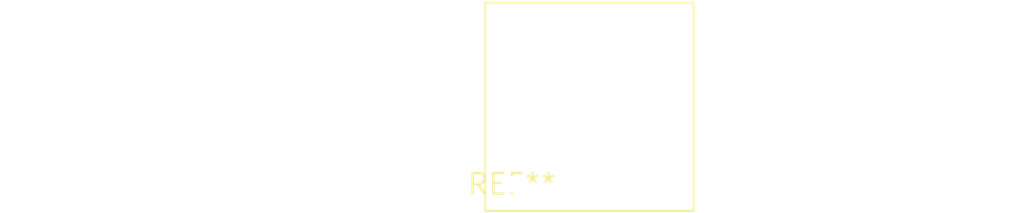
<source format=kicad_pcb>
(kicad_pcb (version 20240108) (generator pcbnew)
  (layers (0 "F.Cu" signal) (31 "B.Cu" signal) (34 "B.Paste" user) (35 "F.Paste" user) (36 "B.SilkS" user "B.Silkscreen") (37 "F.SilkS" user "F.Silkscreen") (38 "B.Mask" user) (39 "F.Mask" user) (44 "Edge.Cuts" user))
  (net 0 "")
  (footprint "L_Radial_L12.6mm_W12.6mm_Px9.52mm_Py9.52mm_Pulse_LP-37" (layer "F.Cu") (at 0 0)
    (property "Reference" "REF**")
    (property "Value" "L_Radial_L12.6mm_W12.6mm_Px9.52mm_Py9.52mm_Pulse_LP-37")
    (fp_line (start -1.645 -11.165) (end -1.645 1.645) (layer "F.SilkS") (stroke (width 0.12)))
    (fp_line (start -1.645 -11.165) (end 11.165 -11.165) (layer "F.SilkS") (stroke (width 0.12)))
    (fp_line (start -1.645 1.645) (end 11.165 1.645) (layer "F.SilkS") (stroke (width 0.12)))
    (fp_line (start 11.165 -11.165) (end 11.165 1.645) (layer "F.SilkS") (stroke (width 0.12)))
    (pad "1" thru_hole circle (at 0 0) (size 2 2) (drill 1) (layers *.Cu *.Mask) (remove_unused_layers))
    (pad "2" thru_hole circle (at 9.52 -9.52) (size 2 2) (drill 1) (layers *.Cu *.Mask) (remove_unused_layers))
  )
)
</source>
